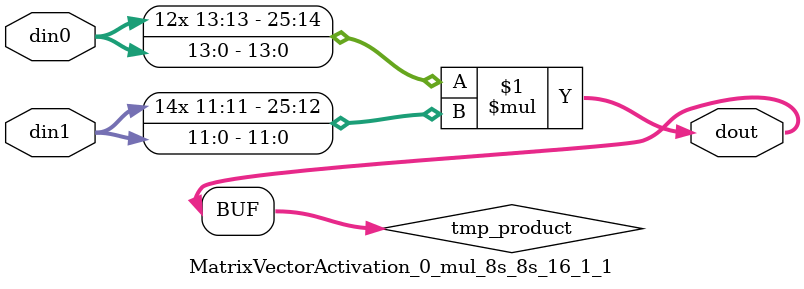
<source format=v>

`timescale 1 ns / 1 ps

  (* use_dsp = "no" *)  module MatrixVectorActivation_0_mul_8s_8s_16_1_1(din0, din1, dout);
parameter ID = 1;
parameter NUM_STAGE = 0;
parameter din0_WIDTH = 14;
parameter din1_WIDTH = 12;
parameter dout_WIDTH = 26;

input [din0_WIDTH - 1 : 0] din0; 
input [din1_WIDTH - 1 : 0] din1; 
output [dout_WIDTH - 1 : 0] dout;

wire signed [dout_WIDTH - 1 : 0] tmp_product;













assign tmp_product = $signed(din0) * $signed(din1);








assign dout = tmp_product;







endmodule

</source>
